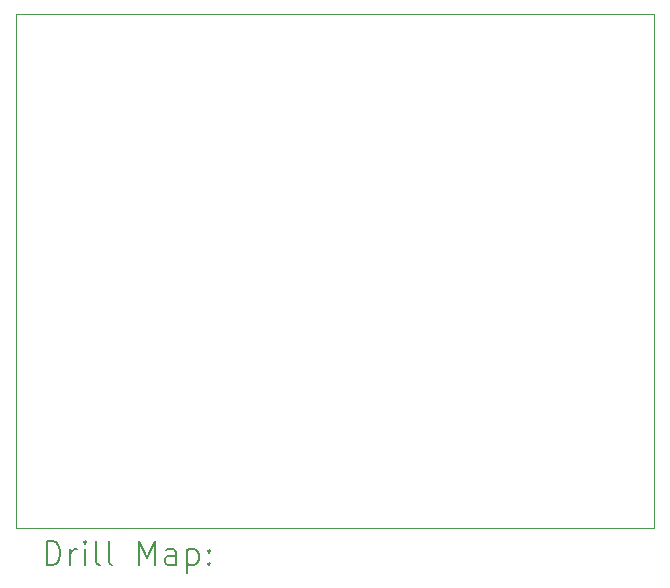
<source format=gbr>
%TF.GenerationSoftware,KiCad,Pcbnew,9.0.5-9.0.5~ubuntu25.04.1*%
%TF.CreationDate,2025-11-06T11:15:48-06:00*%
%TF.ProjectId,Signal_Board,5369676e-616c-45f4-926f-6172642e6b69,rev?*%
%TF.SameCoordinates,Original*%
%TF.FileFunction,Drillmap*%
%TF.FilePolarity,Positive*%
%FSLAX45Y45*%
G04 Gerber Fmt 4.5, Leading zero omitted, Abs format (unit mm)*
G04 Created by KiCad (PCBNEW 9.0.5-9.0.5~ubuntu25.04.1) date 2025-11-06 11:15:48*
%MOMM*%
%LPD*%
G01*
G04 APERTURE LIST*
%ADD10C,0.050000*%
%ADD11C,0.200000*%
G04 APERTURE END LIST*
D10*
X10850000Y-4200000D02*
X16250000Y-4200000D01*
X16250000Y-8550000D01*
X10850000Y-8550000D01*
X10850000Y-4200000D01*
D11*
X11108277Y-8863984D02*
X11108277Y-8663984D01*
X11108277Y-8663984D02*
X11155896Y-8663984D01*
X11155896Y-8663984D02*
X11184467Y-8673508D01*
X11184467Y-8673508D02*
X11203515Y-8692555D01*
X11203515Y-8692555D02*
X11213039Y-8711603D01*
X11213039Y-8711603D02*
X11222562Y-8749698D01*
X11222562Y-8749698D02*
X11222562Y-8778270D01*
X11222562Y-8778270D02*
X11213039Y-8816365D01*
X11213039Y-8816365D02*
X11203515Y-8835412D01*
X11203515Y-8835412D02*
X11184467Y-8854460D01*
X11184467Y-8854460D02*
X11155896Y-8863984D01*
X11155896Y-8863984D02*
X11108277Y-8863984D01*
X11308277Y-8863984D02*
X11308277Y-8730650D01*
X11308277Y-8768746D02*
X11317801Y-8749698D01*
X11317801Y-8749698D02*
X11327324Y-8740174D01*
X11327324Y-8740174D02*
X11346372Y-8730650D01*
X11346372Y-8730650D02*
X11365420Y-8730650D01*
X11432086Y-8863984D02*
X11432086Y-8730650D01*
X11432086Y-8663984D02*
X11422562Y-8673508D01*
X11422562Y-8673508D02*
X11432086Y-8683031D01*
X11432086Y-8683031D02*
X11441610Y-8673508D01*
X11441610Y-8673508D02*
X11432086Y-8663984D01*
X11432086Y-8663984D02*
X11432086Y-8683031D01*
X11555896Y-8863984D02*
X11536848Y-8854460D01*
X11536848Y-8854460D02*
X11527324Y-8835412D01*
X11527324Y-8835412D02*
X11527324Y-8663984D01*
X11660658Y-8863984D02*
X11641610Y-8854460D01*
X11641610Y-8854460D02*
X11632086Y-8835412D01*
X11632086Y-8835412D02*
X11632086Y-8663984D01*
X11889229Y-8863984D02*
X11889229Y-8663984D01*
X11889229Y-8663984D02*
X11955896Y-8806841D01*
X11955896Y-8806841D02*
X12022562Y-8663984D01*
X12022562Y-8663984D02*
X12022562Y-8863984D01*
X12203515Y-8863984D02*
X12203515Y-8759222D01*
X12203515Y-8759222D02*
X12193991Y-8740174D01*
X12193991Y-8740174D02*
X12174943Y-8730650D01*
X12174943Y-8730650D02*
X12136848Y-8730650D01*
X12136848Y-8730650D02*
X12117801Y-8740174D01*
X12203515Y-8854460D02*
X12184467Y-8863984D01*
X12184467Y-8863984D02*
X12136848Y-8863984D01*
X12136848Y-8863984D02*
X12117801Y-8854460D01*
X12117801Y-8854460D02*
X12108277Y-8835412D01*
X12108277Y-8835412D02*
X12108277Y-8816365D01*
X12108277Y-8816365D02*
X12117801Y-8797317D01*
X12117801Y-8797317D02*
X12136848Y-8787793D01*
X12136848Y-8787793D02*
X12184467Y-8787793D01*
X12184467Y-8787793D02*
X12203515Y-8778270D01*
X12298753Y-8730650D02*
X12298753Y-8930650D01*
X12298753Y-8740174D02*
X12317801Y-8730650D01*
X12317801Y-8730650D02*
X12355896Y-8730650D01*
X12355896Y-8730650D02*
X12374943Y-8740174D01*
X12374943Y-8740174D02*
X12384467Y-8749698D01*
X12384467Y-8749698D02*
X12393991Y-8768746D01*
X12393991Y-8768746D02*
X12393991Y-8825889D01*
X12393991Y-8825889D02*
X12384467Y-8844936D01*
X12384467Y-8844936D02*
X12374943Y-8854460D01*
X12374943Y-8854460D02*
X12355896Y-8863984D01*
X12355896Y-8863984D02*
X12317801Y-8863984D01*
X12317801Y-8863984D02*
X12298753Y-8854460D01*
X12479705Y-8844936D02*
X12489229Y-8854460D01*
X12489229Y-8854460D02*
X12479705Y-8863984D01*
X12479705Y-8863984D02*
X12470182Y-8854460D01*
X12470182Y-8854460D02*
X12479705Y-8844936D01*
X12479705Y-8844936D02*
X12479705Y-8863984D01*
X12479705Y-8740174D02*
X12489229Y-8749698D01*
X12489229Y-8749698D02*
X12479705Y-8759222D01*
X12479705Y-8759222D02*
X12470182Y-8749698D01*
X12470182Y-8749698D02*
X12479705Y-8740174D01*
X12479705Y-8740174D02*
X12479705Y-8759222D01*
M02*

</source>
